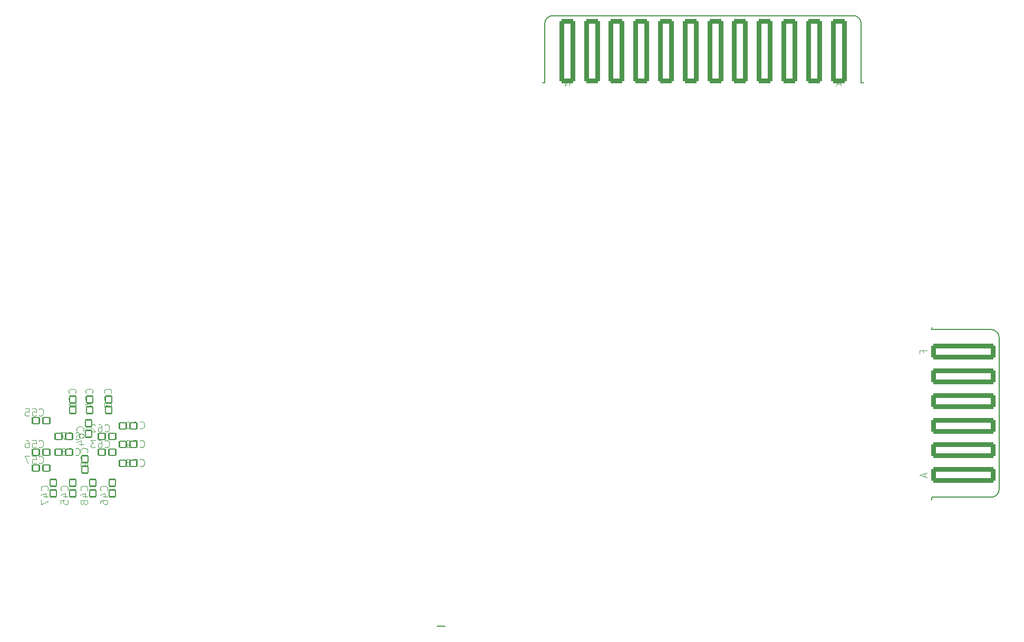
<source format=gbo>
%TF.GenerationSoftware,KiCad,Pcbnew,8.0.2*%
%TF.CreationDate,2024-05-25T17:16:43+02:00*%
%TF.ProjectId,micropet_v3,6d696372-6f70-4657-945f-76332e6b6963,rev?*%
%TF.SameCoordinates,Original*%
%TF.FileFunction,Legend,Bot*%
%TF.FilePolarity,Positive*%
%FSLAX46Y46*%
G04 Gerber Fmt 4.6, Leading zero omitted, Abs format (unit mm)*
G04 Created by KiCad (PCBNEW 8.0.2) date 2024-05-25 17:16:43*
%MOMM*%
%LPD*%
G01*
G04 APERTURE LIST*
G04 Aperture macros list*
%AMRoundRect*
0 Rectangle with rounded corners*
0 $1 Rounding radius*
0 $2 $3 $4 $5 $6 $7 $8 $9 X,Y pos of 4 corners*
0 Add a 4 corners polygon primitive as box body*
4,1,4,$2,$3,$4,$5,$6,$7,$8,$9,$2,$3,0*
0 Add four circle primitives for the rounded corners*
1,1,$1+$1,$2,$3*
1,1,$1+$1,$4,$5*
1,1,$1+$1,$6,$7*
1,1,$1+$1,$8,$9*
0 Add four rect primitives between the rounded corners*
20,1,$1+$1,$2,$3,$4,$5,0*
20,1,$1+$1,$4,$5,$6,$7,0*
20,1,$1+$1,$6,$7,$8,$9,0*
20,1,$1+$1,$8,$9,$2,$3,0*%
%AMFreePoly0*
4,1,25,0.333266,0.742596,0.345389,0.732242,0.732242,0.345389,0.760749,0.289441,0.762000,0.273547,0.762000,-0.273547,0.742596,-0.333266,0.732242,-0.345389,0.345389,-0.732242,0.289441,-0.760749,0.273547,-0.762000,-0.273547,-0.762000,-0.333266,-0.742596,-0.345389,-0.732242,-0.732242,-0.345389,-0.760749,-0.289441,-0.762000,-0.273547,-0.762000,0.273547,-0.742596,0.333266,-0.732242,0.345389,
-0.345389,0.732242,-0.289441,0.760749,-0.273547,0.762000,0.273547,0.762000,0.333266,0.742596,0.333266,0.742596,$1*%
%AMFreePoly1*
4,1,25,0.391131,0.882296,0.403254,0.871942,0.871942,0.403254,0.900449,0.347306,0.901700,0.331412,0.901700,-0.331412,0.882296,-0.391131,0.871942,-0.403254,0.403254,-0.871942,0.347306,-0.900449,0.331412,-0.901700,-0.331412,-0.901700,-0.391131,-0.882296,-0.403254,-0.871942,-0.871942,-0.403254,-0.900449,-0.347306,-0.901700,-0.331412,-0.901700,0.331412,-0.882296,0.391131,-0.871942,0.403254,
-0.403254,0.871942,-0.347306,0.900449,-0.331412,0.901700,0.331412,0.901700,0.391131,0.882296,0.391131,0.882296,$1*%
%AMFreePoly2*
4,1,25,0.349047,0.780696,0.361170,0.770342,0.770342,0.361170,0.798849,0.305222,0.800100,0.289328,0.800100,-0.289328,0.780696,-0.349047,0.770342,-0.361170,0.361170,-0.770342,0.305222,-0.798849,0.289328,-0.800100,-0.289328,-0.800100,-0.349047,-0.780696,-0.361170,-0.770342,-0.770342,-0.361170,-0.798849,-0.305222,-0.800100,-0.289328,-0.800100,0.289328,-0.780696,0.349047,-0.770342,0.361170,
-0.361170,0.770342,-0.305222,0.798849,-0.289328,0.800100,0.289328,0.800100,0.349047,0.780696,0.349047,0.780696,$1*%
%AMFreePoly3*
4,1,25,0.354308,0.793396,0.366431,0.783042,0.783042,0.366431,0.811549,0.310483,0.812800,0.294589,0.812800,-0.294589,0.793396,-0.354308,0.783042,-0.366431,0.366431,-0.783042,0.310483,-0.811549,0.294589,-0.812800,-0.294589,-0.812800,-0.354308,-0.793396,-0.366431,-0.783042,-0.783042,-0.366431,-0.811549,-0.310483,-0.812800,-0.294589,-0.812800,0.294589,-0.793396,0.354308,-0.783042,0.366431,
-0.366431,0.783042,-0.310483,0.811549,-0.294589,0.812800,0.294589,0.812800,0.354308,0.793396,0.354308,0.793396,$1*%
%AMFreePoly4*
4,1,25,0.454257,1.034696,0.466380,1.024342,1.024342,0.466380,1.052849,0.410432,1.054100,0.394538,1.054100,-0.394538,1.034696,-0.454257,1.024342,-0.466380,0.466380,-1.024342,0.410432,-1.052849,0.394538,-1.054100,-0.394538,-1.054100,-0.454257,-1.034696,-0.466380,-1.024342,-1.024342,-0.466380,-1.052849,-0.410432,-1.054100,-0.394538,-1.054100,0.394538,-1.034696,0.454257,-1.024342,0.466380,
-0.466380,1.024342,-0.410432,1.052849,-0.394538,1.054100,0.394538,1.054100,0.454257,1.034696,0.454257,1.034696,$1*%
%AMFreePoly5*
4,1,25,0.375350,0.844196,0.387473,0.833842,0.833842,0.387473,0.862349,0.331525,0.863600,0.315631,0.863600,-0.315631,0.844196,-0.375350,0.833842,-0.387473,0.387473,-0.833842,0.331525,-0.862349,0.315631,-0.863600,-0.315631,-0.863600,-0.375350,-0.844196,-0.387473,-0.833842,-0.833842,-0.387473,-0.862349,-0.331525,-0.863600,-0.315631,-0.863600,0.315631,-0.844196,0.375350,-0.833842,0.387473,
-0.387473,0.833842,-0.331525,0.862349,-0.315631,0.863600,0.315631,0.863600,0.375350,0.844196,0.375350,0.844196,$1*%
%AMFreePoly6*
4,1,25,0.585770,1.352196,0.597893,1.341842,1.341842,0.597893,1.370349,0.541945,1.371600,0.526051,1.371600,-0.526051,1.352196,-0.585770,1.341842,-0.597893,0.597893,-1.341842,0.541945,-1.370349,0.526051,-1.371600,-0.526051,-1.371600,-0.585770,-1.352196,-0.597893,-1.341842,-1.341842,-0.597893,-1.370349,-0.541945,-1.371600,-0.526051,-1.371600,0.526051,-1.352196,0.585770,-1.341842,0.597893,
-0.597893,1.341842,-0.541945,1.370349,-0.526051,1.371600,0.526051,1.371600,0.585770,1.352196,0.585770,1.352196,$1*%
G04 Aperture macros list end*
%ADD10C,0.101600*%
%ADD11C,0.203200*%
%ADD12C,0.127000*%
%ADD13C,3.200000*%
%ADD14FreePoly0,90.000000*%
%ADD15FreePoly0,0.000000*%
%ADD16FreePoly0,270.000000*%
%ADD17C,1.803400*%
%ADD18FreePoly1,0.000000*%
%ADD19FreePoly1,90.000000*%
%ADD20O,2.844800X1.524000*%
%ADD21FreePoly0,180.000000*%
%ADD22O,3.048000X1.625600*%
%ADD23C,1.524000*%
%ADD24C,1.600200*%
%ADD25FreePoly2,270.000000*%
%ADD26C,1.625600*%
%ADD27C,3.530600*%
%ADD28O,1.524000X2.844800*%
%ADD29FreePoly3,180.000000*%
%ADD30O,1.625600X3.048000*%
%ADD31FreePoly1,270.000000*%
%ADD32C,2.108200*%
%ADD33FreePoly4,270.000000*%
%ADD34C,2.082800*%
%ADD35R,1.700000X1.700000*%
%ADD36O,1.700000X1.700000*%
%ADD37C,3.048000*%
%ADD38C,1.727200*%
%ADD39RoundRect,0.388620X0.906780X4.792980X-0.906780X4.792980X-0.906780X-4.792980X0.906780X-4.792980X0*%
%ADD40FreePoly2,90.000000*%
%ADD41FreePoly5,180.000000*%
%ADD42C,2.362200*%
%ADD43FreePoly3,270.000000*%
%ADD44O,2.203200X4.203200*%
%ADD45O,4.203200X2.203200*%
%ADD46RoundRect,0.388620X4.792980X-0.906780X4.792980X0.906780X-4.792980X0.906780X-4.792980X-0.906780X0*%
%ADD47O,2.603200X1.403200*%
%ADD48O,1.403200X2.603200*%
%ADD49C,2.743200*%
%ADD50FreePoly6,270.000000*%
%ADD51FreePoly2,0.000000*%
%ADD52RoundRect,0.101600X0.550000X0.500000X-0.550000X0.500000X-0.550000X-0.500000X0.550000X-0.500000X0*%
%ADD53RoundRect,0.101600X0.500000X-0.550000X0.500000X0.550000X-0.500000X0.550000X-0.500000X-0.550000X0*%
%ADD54RoundRect,0.101600X-0.500000X0.550000X-0.500000X-0.550000X0.500000X-0.550000X0.500000X0.550000X0*%
%ADD55RoundRect,0.101600X-0.550000X-0.500000X0.550000X-0.500000X0.550000X0.500000X-0.550000X0.500000X0*%
G04 APERTURE END LIST*
D10*
X238182996Y-50000397D02*
X237626615Y-50000397D01*
X238294272Y-50334226D02*
X237904806Y-49165826D01*
X237904806Y-49165826D02*
X237515339Y-50334226D01*
X194652234Y-50334226D02*
X194652234Y-49165826D01*
X194652234Y-49165826D02*
X193984577Y-50334226D01*
X193984577Y-50334226D02*
X193984577Y-49165826D01*
X251745128Y-112577184D02*
X251745128Y-113133565D01*
X252078957Y-112465908D02*
X250910557Y-112855374D01*
X250910557Y-112855374D02*
X252078957Y-113244841D01*
X251466938Y-93210289D02*
X251466938Y-92820822D01*
X252078957Y-92820822D02*
X250910557Y-92820822D01*
X250910557Y-92820822D02*
X250910557Y-93377203D01*
X109477310Y-103245449D02*
X109532948Y-103301088D01*
X109532948Y-103301088D02*
X109699862Y-103356726D01*
X109699862Y-103356726D02*
X109811138Y-103356726D01*
X109811138Y-103356726D02*
X109978053Y-103301088D01*
X109978053Y-103301088D02*
X110089329Y-103189811D01*
X110089329Y-103189811D02*
X110144967Y-103078535D01*
X110144967Y-103078535D02*
X110200605Y-102855983D01*
X110200605Y-102855983D02*
X110200605Y-102689068D01*
X110200605Y-102689068D02*
X110144967Y-102466516D01*
X110144967Y-102466516D02*
X110089329Y-102355240D01*
X110089329Y-102355240D02*
X109978053Y-102243964D01*
X109978053Y-102243964D02*
X109811138Y-102188326D01*
X109811138Y-102188326D02*
X109699862Y-102188326D01*
X109699862Y-102188326D02*
X109532948Y-102243964D01*
X109532948Y-102243964D02*
X109477310Y-102299602D01*
X108420186Y-102188326D02*
X108976567Y-102188326D01*
X108976567Y-102188326D02*
X109032205Y-102744707D01*
X109032205Y-102744707D02*
X108976567Y-102689068D01*
X108976567Y-102689068D02*
X108865291Y-102633430D01*
X108865291Y-102633430D02*
X108587100Y-102633430D01*
X108587100Y-102633430D02*
X108475824Y-102689068D01*
X108475824Y-102689068D02*
X108420186Y-102744707D01*
X108420186Y-102744707D02*
X108364548Y-102855983D01*
X108364548Y-102855983D02*
X108364548Y-103134173D01*
X108364548Y-103134173D02*
X108420186Y-103245449D01*
X108420186Y-103245449D02*
X108475824Y-103301088D01*
X108475824Y-103301088D02*
X108587100Y-103356726D01*
X108587100Y-103356726D02*
X108865291Y-103356726D01*
X108865291Y-103356726D02*
X108976567Y-103301088D01*
X108976567Y-103301088D02*
X109032205Y-103245449D01*
X107307424Y-102188326D02*
X107863805Y-102188326D01*
X107863805Y-102188326D02*
X107919443Y-102744707D01*
X107919443Y-102744707D02*
X107863805Y-102689068D01*
X107863805Y-102689068D02*
X107752529Y-102633430D01*
X107752529Y-102633430D02*
X107474338Y-102633430D01*
X107474338Y-102633430D02*
X107363062Y-102689068D01*
X107363062Y-102689068D02*
X107307424Y-102744707D01*
X107307424Y-102744707D02*
X107251786Y-102855983D01*
X107251786Y-102855983D02*
X107251786Y-103134173D01*
X107251786Y-103134173D02*
X107307424Y-103245449D01*
X107307424Y-103245449D02*
X107363062Y-103301088D01*
X107363062Y-103301088D02*
X107474338Y-103356726D01*
X107474338Y-103356726D02*
X107752529Y-103356726D01*
X107752529Y-103356726D02*
X107863805Y-103301088D01*
X107863805Y-103301088D02*
X107919443Y-103245449D01*
X109477310Y-110865449D02*
X109532948Y-110921088D01*
X109532948Y-110921088D02*
X109699862Y-110976726D01*
X109699862Y-110976726D02*
X109811138Y-110976726D01*
X109811138Y-110976726D02*
X109978053Y-110921088D01*
X109978053Y-110921088D02*
X110089329Y-110809811D01*
X110089329Y-110809811D02*
X110144967Y-110698535D01*
X110144967Y-110698535D02*
X110200605Y-110475983D01*
X110200605Y-110475983D02*
X110200605Y-110309068D01*
X110200605Y-110309068D02*
X110144967Y-110086516D01*
X110144967Y-110086516D02*
X110089329Y-109975240D01*
X110089329Y-109975240D02*
X109978053Y-109863964D01*
X109978053Y-109863964D02*
X109811138Y-109808326D01*
X109811138Y-109808326D02*
X109699862Y-109808326D01*
X109699862Y-109808326D02*
X109532948Y-109863964D01*
X109532948Y-109863964D02*
X109477310Y-109919602D01*
X108420186Y-109808326D02*
X108976567Y-109808326D01*
X108976567Y-109808326D02*
X109032205Y-110364707D01*
X109032205Y-110364707D02*
X108976567Y-110309068D01*
X108976567Y-110309068D02*
X108865291Y-110253430D01*
X108865291Y-110253430D02*
X108587100Y-110253430D01*
X108587100Y-110253430D02*
X108475824Y-110309068D01*
X108475824Y-110309068D02*
X108420186Y-110364707D01*
X108420186Y-110364707D02*
X108364548Y-110475983D01*
X108364548Y-110475983D02*
X108364548Y-110754173D01*
X108364548Y-110754173D02*
X108420186Y-110865449D01*
X108420186Y-110865449D02*
X108475824Y-110921088D01*
X108475824Y-110921088D02*
X108587100Y-110976726D01*
X108587100Y-110976726D02*
X108865291Y-110976726D01*
X108865291Y-110976726D02*
X108976567Y-110921088D01*
X108976567Y-110921088D02*
X109032205Y-110865449D01*
X107975081Y-109808326D02*
X107196148Y-109808326D01*
X107196148Y-109808326D02*
X107696891Y-110976726D01*
X115310449Y-99720081D02*
X115366088Y-99664443D01*
X115366088Y-99664443D02*
X115421726Y-99497529D01*
X115421726Y-99497529D02*
X115421726Y-99386253D01*
X115421726Y-99386253D02*
X115366088Y-99219338D01*
X115366088Y-99219338D02*
X115254811Y-99108062D01*
X115254811Y-99108062D02*
X115143535Y-99052424D01*
X115143535Y-99052424D02*
X114920983Y-98996786D01*
X114920983Y-98996786D02*
X114754068Y-98996786D01*
X114754068Y-98996786D02*
X114531516Y-99052424D01*
X114531516Y-99052424D02*
X114420240Y-99108062D01*
X114420240Y-99108062D02*
X114308964Y-99219338D01*
X114308964Y-99219338D02*
X114253326Y-99386253D01*
X114253326Y-99386253D02*
X114253326Y-99497529D01*
X114253326Y-99497529D02*
X114308964Y-99664443D01*
X114308964Y-99664443D02*
X114364602Y-99720081D01*
X114253326Y-100721567D02*
X114253326Y-100499014D01*
X114253326Y-100499014D02*
X114308964Y-100387738D01*
X114308964Y-100387738D02*
X114364602Y-100332100D01*
X114364602Y-100332100D02*
X114531516Y-100220824D01*
X114531516Y-100220824D02*
X114754068Y-100165186D01*
X114754068Y-100165186D02*
X115199173Y-100165186D01*
X115199173Y-100165186D02*
X115310449Y-100220824D01*
X115310449Y-100220824D02*
X115366088Y-100276462D01*
X115366088Y-100276462D02*
X115421726Y-100387738D01*
X115421726Y-100387738D02*
X115421726Y-100610291D01*
X115421726Y-100610291D02*
X115366088Y-100721567D01*
X115366088Y-100721567D02*
X115310449Y-100777205D01*
X115310449Y-100777205D02*
X115199173Y-100832843D01*
X115199173Y-100832843D02*
X114920983Y-100832843D01*
X114920983Y-100832843D02*
X114809707Y-100777205D01*
X114809707Y-100777205D02*
X114754068Y-100721567D01*
X114754068Y-100721567D02*
X114698430Y-100610291D01*
X114698430Y-100610291D02*
X114698430Y-100387738D01*
X114698430Y-100387738D02*
X114754068Y-100276462D01*
X114754068Y-100276462D02*
X114809707Y-100220824D01*
X114809707Y-100220824D02*
X114920983Y-100165186D01*
X115421726Y-101945605D02*
X115421726Y-101277948D01*
X115421726Y-101611776D02*
X114253326Y-101611776D01*
X114253326Y-101611776D02*
X114420240Y-101500500D01*
X114420240Y-101500500D02*
X114531516Y-101389224D01*
X114531516Y-101389224D02*
X114587154Y-101277948D01*
X121025449Y-99720081D02*
X121081088Y-99664443D01*
X121081088Y-99664443D02*
X121136726Y-99497529D01*
X121136726Y-99497529D02*
X121136726Y-99386253D01*
X121136726Y-99386253D02*
X121081088Y-99219338D01*
X121081088Y-99219338D02*
X120969811Y-99108062D01*
X120969811Y-99108062D02*
X120858535Y-99052424D01*
X120858535Y-99052424D02*
X120635983Y-98996786D01*
X120635983Y-98996786D02*
X120469068Y-98996786D01*
X120469068Y-98996786D02*
X120246516Y-99052424D01*
X120246516Y-99052424D02*
X120135240Y-99108062D01*
X120135240Y-99108062D02*
X120023964Y-99219338D01*
X120023964Y-99219338D02*
X119968326Y-99386253D01*
X119968326Y-99386253D02*
X119968326Y-99497529D01*
X119968326Y-99497529D02*
X120023964Y-99664443D01*
X120023964Y-99664443D02*
X120079602Y-99720081D01*
X119968326Y-100777205D02*
X119968326Y-100220824D01*
X119968326Y-100220824D02*
X120524707Y-100165186D01*
X120524707Y-100165186D02*
X120469068Y-100220824D01*
X120469068Y-100220824D02*
X120413430Y-100332100D01*
X120413430Y-100332100D02*
X120413430Y-100610291D01*
X120413430Y-100610291D02*
X120469068Y-100721567D01*
X120469068Y-100721567D02*
X120524707Y-100777205D01*
X120524707Y-100777205D02*
X120635983Y-100832843D01*
X120635983Y-100832843D02*
X120914173Y-100832843D01*
X120914173Y-100832843D02*
X121025449Y-100777205D01*
X121025449Y-100777205D02*
X121081088Y-100721567D01*
X121081088Y-100721567D02*
X121136726Y-100610291D01*
X121136726Y-100610291D02*
X121136726Y-100332100D01*
X121136726Y-100332100D02*
X121081088Y-100220824D01*
X121081088Y-100220824D02*
X121025449Y-100165186D01*
X119968326Y-101222310D02*
X119968326Y-101945605D01*
X119968326Y-101945605D02*
X120413430Y-101556138D01*
X120413430Y-101556138D02*
X120413430Y-101723053D01*
X120413430Y-101723053D02*
X120469068Y-101834329D01*
X120469068Y-101834329D02*
X120524707Y-101889967D01*
X120524707Y-101889967D02*
X120635983Y-101945605D01*
X120635983Y-101945605D02*
X120914173Y-101945605D01*
X120914173Y-101945605D02*
X121025449Y-101889967D01*
X121025449Y-101889967D02*
X121081088Y-101834329D01*
X121081088Y-101834329D02*
X121136726Y-101723053D01*
X121136726Y-101723053D02*
X121136726Y-101389224D01*
X121136726Y-101389224D02*
X121081088Y-101277948D01*
X121081088Y-101277948D02*
X121025449Y-101222310D01*
X120057310Y-105785449D02*
X120112948Y-105841088D01*
X120112948Y-105841088D02*
X120279862Y-105896726D01*
X120279862Y-105896726D02*
X120391138Y-105896726D01*
X120391138Y-105896726D02*
X120558053Y-105841088D01*
X120558053Y-105841088D02*
X120669329Y-105729811D01*
X120669329Y-105729811D02*
X120724967Y-105618535D01*
X120724967Y-105618535D02*
X120780605Y-105395983D01*
X120780605Y-105395983D02*
X120780605Y-105229068D01*
X120780605Y-105229068D02*
X120724967Y-105006516D01*
X120724967Y-105006516D02*
X120669329Y-104895240D01*
X120669329Y-104895240D02*
X120558053Y-104783964D01*
X120558053Y-104783964D02*
X120391138Y-104728326D01*
X120391138Y-104728326D02*
X120279862Y-104728326D01*
X120279862Y-104728326D02*
X120112948Y-104783964D01*
X120112948Y-104783964D02*
X120057310Y-104839602D01*
X119055824Y-104728326D02*
X119278377Y-104728326D01*
X119278377Y-104728326D02*
X119389653Y-104783964D01*
X119389653Y-104783964D02*
X119445291Y-104839602D01*
X119445291Y-104839602D02*
X119556567Y-105006516D01*
X119556567Y-105006516D02*
X119612205Y-105229068D01*
X119612205Y-105229068D02*
X119612205Y-105674173D01*
X119612205Y-105674173D02*
X119556567Y-105785449D01*
X119556567Y-105785449D02*
X119500929Y-105841088D01*
X119500929Y-105841088D02*
X119389653Y-105896726D01*
X119389653Y-105896726D02*
X119167100Y-105896726D01*
X119167100Y-105896726D02*
X119055824Y-105841088D01*
X119055824Y-105841088D02*
X119000186Y-105785449D01*
X119000186Y-105785449D02*
X118944548Y-105674173D01*
X118944548Y-105674173D02*
X118944548Y-105395983D01*
X118944548Y-105395983D02*
X119000186Y-105284707D01*
X119000186Y-105284707D02*
X119055824Y-105229068D01*
X119055824Y-105229068D02*
X119167100Y-105173430D01*
X119167100Y-105173430D02*
X119389653Y-105173430D01*
X119389653Y-105173430D02*
X119500929Y-105229068D01*
X119500929Y-105229068D02*
X119556567Y-105284707D01*
X119556567Y-105284707D02*
X119612205Y-105395983D01*
X118499443Y-104839602D02*
X118443805Y-104783964D01*
X118443805Y-104783964D02*
X118332529Y-104728326D01*
X118332529Y-104728326D02*
X118054338Y-104728326D01*
X118054338Y-104728326D02*
X117943062Y-104783964D01*
X117943062Y-104783964D02*
X117887424Y-104839602D01*
X117887424Y-104839602D02*
X117831786Y-104950878D01*
X117831786Y-104950878D02*
X117831786Y-105062154D01*
X117831786Y-105062154D02*
X117887424Y-105229068D01*
X117887424Y-105229068D02*
X118555081Y-105896726D01*
X118555081Y-105896726D02*
X117831786Y-105896726D01*
X117215449Y-109245081D02*
X117271088Y-109189443D01*
X117271088Y-109189443D02*
X117326726Y-109022529D01*
X117326726Y-109022529D02*
X117326726Y-108911253D01*
X117326726Y-108911253D02*
X117271088Y-108744338D01*
X117271088Y-108744338D02*
X117159811Y-108633062D01*
X117159811Y-108633062D02*
X117048535Y-108577424D01*
X117048535Y-108577424D02*
X116825983Y-108521786D01*
X116825983Y-108521786D02*
X116659068Y-108521786D01*
X116659068Y-108521786D02*
X116436516Y-108577424D01*
X116436516Y-108577424D02*
X116325240Y-108633062D01*
X116325240Y-108633062D02*
X116213964Y-108744338D01*
X116213964Y-108744338D02*
X116158326Y-108911253D01*
X116158326Y-108911253D02*
X116158326Y-109022529D01*
X116158326Y-109022529D02*
X116213964Y-109189443D01*
X116213964Y-109189443D02*
X116269602Y-109245081D01*
X116158326Y-110246567D02*
X116158326Y-110024014D01*
X116158326Y-110024014D02*
X116213964Y-109912738D01*
X116213964Y-109912738D02*
X116269602Y-109857100D01*
X116269602Y-109857100D02*
X116436516Y-109745824D01*
X116436516Y-109745824D02*
X116659068Y-109690186D01*
X116659068Y-109690186D02*
X117104173Y-109690186D01*
X117104173Y-109690186D02*
X117215449Y-109745824D01*
X117215449Y-109745824D02*
X117271088Y-109801462D01*
X117271088Y-109801462D02*
X117326726Y-109912738D01*
X117326726Y-109912738D02*
X117326726Y-110135291D01*
X117326726Y-110135291D02*
X117271088Y-110246567D01*
X117271088Y-110246567D02*
X117215449Y-110302205D01*
X117215449Y-110302205D02*
X117104173Y-110357843D01*
X117104173Y-110357843D02*
X116825983Y-110357843D01*
X116825983Y-110357843D02*
X116714707Y-110302205D01*
X116714707Y-110302205D02*
X116659068Y-110246567D01*
X116659068Y-110246567D02*
X116603430Y-110135291D01*
X116603430Y-110135291D02*
X116603430Y-109912738D01*
X116603430Y-109912738D02*
X116659068Y-109801462D01*
X116659068Y-109801462D02*
X116714707Y-109745824D01*
X116714707Y-109745824D02*
X116825983Y-109690186D01*
X117326726Y-110914224D02*
X117326726Y-111136776D01*
X117326726Y-111136776D02*
X117271088Y-111248053D01*
X117271088Y-111248053D02*
X117215449Y-111303691D01*
X117215449Y-111303691D02*
X117048535Y-111414967D01*
X117048535Y-111414967D02*
X116825983Y-111470605D01*
X116825983Y-111470605D02*
X116380878Y-111470605D01*
X116380878Y-111470605D02*
X116269602Y-111414967D01*
X116269602Y-111414967D02*
X116213964Y-111359329D01*
X116213964Y-111359329D02*
X116158326Y-111248053D01*
X116158326Y-111248053D02*
X116158326Y-111025500D01*
X116158326Y-111025500D02*
X116213964Y-110914224D01*
X116213964Y-110914224D02*
X116269602Y-110858586D01*
X116269602Y-110858586D02*
X116380878Y-110802948D01*
X116380878Y-110802948D02*
X116659068Y-110802948D01*
X116659068Y-110802948D02*
X116770345Y-110858586D01*
X116770345Y-110858586D02*
X116825983Y-110914224D01*
X116825983Y-110914224D02*
X116881621Y-111025500D01*
X116881621Y-111025500D02*
X116881621Y-111248053D01*
X116881621Y-111248053D02*
X116825983Y-111359329D01*
X116825983Y-111359329D02*
X116770345Y-111414967D01*
X116770345Y-111414967D02*
X116659068Y-111470605D01*
X116580449Y-105787689D02*
X116636088Y-105732051D01*
X116636088Y-105732051D02*
X116691726Y-105565137D01*
X116691726Y-105565137D02*
X116691726Y-105453861D01*
X116691726Y-105453861D02*
X116636088Y-105286946D01*
X116636088Y-105286946D02*
X116524811Y-105175670D01*
X116524811Y-105175670D02*
X116413535Y-105120032D01*
X116413535Y-105120032D02*
X116190983Y-105064394D01*
X116190983Y-105064394D02*
X116024068Y-105064394D01*
X116024068Y-105064394D02*
X115801516Y-105120032D01*
X115801516Y-105120032D02*
X115690240Y-105175670D01*
X115690240Y-105175670D02*
X115578964Y-105286946D01*
X115578964Y-105286946D02*
X115523326Y-105453861D01*
X115523326Y-105453861D02*
X115523326Y-105565137D01*
X115523326Y-105565137D02*
X115578964Y-105732051D01*
X115578964Y-105732051D02*
X115634602Y-105787689D01*
X115523326Y-106789175D02*
X115523326Y-106566622D01*
X115523326Y-106566622D02*
X115578964Y-106455346D01*
X115578964Y-106455346D02*
X115634602Y-106399708D01*
X115634602Y-106399708D02*
X115801516Y-106288432D01*
X115801516Y-106288432D02*
X116024068Y-106232794D01*
X116024068Y-106232794D02*
X116469173Y-106232794D01*
X116469173Y-106232794D02*
X116580449Y-106288432D01*
X116580449Y-106288432D02*
X116636088Y-106344070D01*
X116636088Y-106344070D02*
X116691726Y-106455346D01*
X116691726Y-106455346D02*
X116691726Y-106677899D01*
X116691726Y-106677899D02*
X116636088Y-106789175D01*
X116636088Y-106789175D02*
X116580449Y-106844813D01*
X116580449Y-106844813D02*
X116469173Y-106900451D01*
X116469173Y-106900451D02*
X116190983Y-106900451D01*
X116190983Y-106900451D02*
X116079707Y-106844813D01*
X116079707Y-106844813D02*
X116024068Y-106789175D01*
X116024068Y-106789175D02*
X115968430Y-106677899D01*
X115968430Y-106677899D02*
X115968430Y-106455346D01*
X115968430Y-106455346D02*
X116024068Y-106344070D01*
X116024068Y-106344070D02*
X116079707Y-106288432D01*
X116079707Y-106288432D02*
X116190983Y-106232794D01*
X115912792Y-107901937D02*
X116691726Y-107901937D01*
X115467688Y-107623746D02*
X116302259Y-107345556D01*
X116302259Y-107345556D02*
X116302259Y-108068851D01*
X115329918Y-109595449D02*
X115385556Y-109651088D01*
X115385556Y-109651088D02*
X115552470Y-109706726D01*
X115552470Y-109706726D02*
X115663746Y-109706726D01*
X115663746Y-109706726D02*
X115830661Y-109651088D01*
X115830661Y-109651088D02*
X115941937Y-109539811D01*
X115941937Y-109539811D02*
X115997575Y-109428535D01*
X115997575Y-109428535D02*
X116053213Y-109205983D01*
X116053213Y-109205983D02*
X116053213Y-109039068D01*
X116053213Y-109039068D02*
X115997575Y-108816516D01*
X115997575Y-108816516D02*
X115941937Y-108705240D01*
X115941937Y-108705240D02*
X115830661Y-108593964D01*
X115830661Y-108593964D02*
X115663746Y-108538326D01*
X115663746Y-108538326D02*
X115552470Y-108538326D01*
X115552470Y-108538326D02*
X115385556Y-108593964D01*
X115385556Y-108593964D02*
X115329918Y-108649602D01*
X114328432Y-108538326D02*
X114550985Y-108538326D01*
X114550985Y-108538326D02*
X114662261Y-108593964D01*
X114662261Y-108593964D02*
X114717899Y-108649602D01*
X114717899Y-108649602D02*
X114829175Y-108816516D01*
X114829175Y-108816516D02*
X114884813Y-109039068D01*
X114884813Y-109039068D02*
X114884813Y-109484173D01*
X114884813Y-109484173D02*
X114829175Y-109595449D01*
X114829175Y-109595449D02*
X114773537Y-109651088D01*
X114773537Y-109651088D02*
X114662261Y-109706726D01*
X114662261Y-109706726D02*
X114439708Y-109706726D01*
X114439708Y-109706726D02*
X114328432Y-109651088D01*
X114328432Y-109651088D02*
X114272794Y-109595449D01*
X114272794Y-109595449D02*
X114217156Y-109484173D01*
X114217156Y-109484173D02*
X114217156Y-109205983D01*
X114217156Y-109205983D02*
X114272794Y-109094707D01*
X114272794Y-109094707D02*
X114328432Y-109039068D01*
X114328432Y-109039068D02*
X114439708Y-108983430D01*
X114439708Y-108983430D02*
X114662261Y-108983430D01*
X114662261Y-108983430D02*
X114773537Y-109039068D01*
X114773537Y-109039068D02*
X114829175Y-109094707D01*
X114829175Y-109094707D02*
X114884813Y-109205983D01*
X113549499Y-109039068D02*
X113660775Y-108983430D01*
X113660775Y-108983430D02*
X113716413Y-108927792D01*
X113716413Y-108927792D02*
X113772051Y-108816516D01*
X113772051Y-108816516D02*
X113772051Y-108760878D01*
X113772051Y-108760878D02*
X113716413Y-108649602D01*
X113716413Y-108649602D02*
X113660775Y-108593964D01*
X113660775Y-108593964D02*
X113549499Y-108538326D01*
X113549499Y-108538326D02*
X113326946Y-108538326D01*
X113326946Y-108538326D02*
X113215670Y-108593964D01*
X113215670Y-108593964D02*
X113160032Y-108649602D01*
X113160032Y-108649602D02*
X113104394Y-108760878D01*
X113104394Y-108760878D02*
X113104394Y-108816516D01*
X113104394Y-108816516D02*
X113160032Y-108927792D01*
X113160032Y-108927792D02*
X113215670Y-108983430D01*
X113215670Y-108983430D02*
X113326946Y-109039068D01*
X113326946Y-109039068D02*
X113549499Y-109039068D01*
X113549499Y-109039068D02*
X113660775Y-109094707D01*
X113660775Y-109094707D02*
X113716413Y-109150345D01*
X113716413Y-109150345D02*
X113772051Y-109261621D01*
X113772051Y-109261621D02*
X113772051Y-109484173D01*
X113772051Y-109484173D02*
X113716413Y-109595449D01*
X113716413Y-109595449D02*
X113660775Y-109651088D01*
X113660775Y-109651088D02*
X113549499Y-109706726D01*
X113549499Y-109706726D02*
X113326946Y-109706726D01*
X113326946Y-109706726D02*
X113215670Y-109651088D01*
X113215670Y-109651088D02*
X113160032Y-109595449D01*
X113160032Y-109595449D02*
X113104394Y-109484173D01*
X113104394Y-109484173D02*
X113104394Y-109261621D01*
X113104394Y-109261621D02*
X113160032Y-109150345D01*
X113160032Y-109150345D02*
X113215670Y-109094707D01*
X113215670Y-109094707D02*
X113326946Y-109039068D01*
X110865449Y-115312689D02*
X110921088Y-115257051D01*
X110921088Y-115257051D02*
X110976726Y-115090137D01*
X110976726Y-115090137D02*
X110976726Y-114978861D01*
X110976726Y-114978861D02*
X110921088Y-114811946D01*
X110921088Y-114811946D02*
X110809811Y-114700670D01*
X110809811Y-114700670D02*
X110698535Y-114645032D01*
X110698535Y-114645032D02*
X110475983Y-114589394D01*
X110475983Y-114589394D02*
X110309068Y-114589394D01*
X110309068Y-114589394D02*
X110086516Y-114645032D01*
X110086516Y-114645032D02*
X109975240Y-114700670D01*
X109975240Y-114700670D02*
X109863964Y-114811946D01*
X109863964Y-114811946D02*
X109808326Y-114978861D01*
X109808326Y-114978861D02*
X109808326Y-115090137D01*
X109808326Y-115090137D02*
X109863964Y-115257051D01*
X109863964Y-115257051D02*
X109919602Y-115312689D01*
X110197792Y-116314175D02*
X110976726Y-116314175D01*
X109752688Y-116035984D02*
X110587259Y-115757794D01*
X110587259Y-115757794D02*
X110587259Y-116481089D01*
X109808326Y-116814918D02*
X109808326Y-117593851D01*
X109808326Y-117593851D02*
X110976726Y-117093108D01*
X120390449Y-115312689D02*
X120446088Y-115257051D01*
X120446088Y-115257051D02*
X120501726Y-115090137D01*
X120501726Y-115090137D02*
X120501726Y-114978861D01*
X120501726Y-114978861D02*
X120446088Y-114811946D01*
X120446088Y-114811946D02*
X120334811Y-114700670D01*
X120334811Y-114700670D02*
X120223535Y-114645032D01*
X120223535Y-114645032D02*
X120000983Y-114589394D01*
X120000983Y-114589394D02*
X119834068Y-114589394D01*
X119834068Y-114589394D02*
X119611516Y-114645032D01*
X119611516Y-114645032D02*
X119500240Y-114700670D01*
X119500240Y-114700670D02*
X119388964Y-114811946D01*
X119388964Y-114811946D02*
X119333326Y-114978861D01*
X119333326Y-114978861D02*
X119333326Y-115090137D01*
X119333326Y-115090137D02*
X119388964Y-115257051D01*
X119388964Y-115257051D02*
X119444602Y-115312689D01*
X119722792Y-116314175D02*
X120501726Y-116314175D01*
X119277688Y-116035984D02*
X120112259Y-115757794D01*
X120112259Y-115757794D02*
X120112259Y-116481089D01*
X119333326Y-117426937D02*
X119333326Y-117204384D01*
X119333326Y-117204384D02*
X119388964Y-117093108D01*
X119388964Y-117093108D02*
X119444602Y-117037470D01*
X119444602Y-117037470D02*
X119611516Y-116926194D01*
X119611516Y-116926194D02*
X119834068Y-116870556D01*
X119834068Y-116870556D02*
X120279173Y-116870556D01*
X120279173Y-116870556D02*
X120390449Y-116926194D01*
X120390449Y-116926194D02*
X120446088Y-116981832D01*
X120446088Y-116981832D02*
X120501726Y-117093108D01*
X120501726Y-117093108D02*
X120501726Y-117315661D01*
X120501726Y-117315661D02*
X120446088Y-117426937D01*
X120446088Y-117426937D02*
X120390449Y-117482575D01*
X120390449Y-117482575D02*
X120279173Y-117538213D01*
X120279173Y-117538213D02*
X120000983Y-117538213D01*
X120000983Y-117538213D02*
X119889707Y-117482575D01*
X119889707Y-117482575D02*
X119834068Y-117426937D01*
X119834068Y-117426937D02*
X119778430Y-117315661D01*
X119778430Y-117315661D02*
X119778430Y-117093108D01*
X119778430Y-117093108D02*
X119834068Y-116981832D01*
X119834068Y-116981832D02*
X119889707Y-116926194D01*
X119889707Y-116926194D02*
X120000983Y-116870556D01*
X118008649Y-99720081D02*
X118064288Y-99664443D01*
X118064288Y-99664443D02*
X118119926Y-99497529D01*
X118119926Y-99497529D02*
X118119926Y-99386253D01*
X118119926Y-99386253D02*
X118064288Y-99219338D01*
X118064288Y-99219338D02*
X117953011Y-99108062D01*
X117953011Y-99108062D02*
X117841735Y-99052424D01*
X117841735Y-99052424D02*
X117619183Y-98996786D01*
X117619183Y-98996786D02*
X117452268Y-98996786D01*
X117452268Y-98996786D02*
X117229716Y-99052424D01*
X117229716Y-99052424D02*
X117118440Y-99108062D01*
X117118440Y-99108062D02*
X117007164Y-99219338D01*
X117007164Y-99219338D02*
X116951526Y-99386253D01*
X116951526Y-99386253D02*
X116951526Y-99497529D01*
X116951526Y-99497529D02*
X117007164Y-99664443D01*
X117007164Y-99664443D02*
X117062802Y-99720081D01*
X116951526Y-100777205D02*
X116951526Y-100220824D01*
X116951526Y-100220824D02*
X117507907Y-100165186D01*
X117507907Y-100165186D02*
X117452268Y-100220824D01*
X117452268Y-100220824D02*
X117396630Y-100332100D01*
X117396630Y-100332100D02*
X117396630Y-100610291D01*
X117396630Y-100610291D02*
X117452268Y-100721567D01*
X117452268Y-100721567D02*
X117507907Y-100777205D01*
X117507907Y-100777205D02*
X117619183Y-100832843D01*
X117619183Y-100832843D02*
X117897373Y-100832843D01*
X117897373Y-100832843D02*
X118008649Y-100777205D01*
X118008649Y-100777205D02*
X118064288Y-100721567D01*
X118064288Y-100721567D02*
X118119926Y-100610291D01*
X118119926Y-100610291D02*
X118119926Y-100332100D01*
X118119926Y-100332100D02*
X118064288Y-100220824D01*
X118064288Y-100220824D02*
X118008649Y-100165186D01*
X117340992Y-101834329D02*
X118119926Y-101834329D01*
X116895888Y-101556138D02*
X117730459Y-101277948D01*
X117730459Y-101277948D02*
X117730459Y-102001243D01*
X114040449Y-115312689D02*
X114096088Y-115257051D01*
X114096088Y-115257051D02*
X114151726Y-115090137D01*
X114151726Y-115090137D02*
X114151726Y-114978861D01*
X114151726Y-114978861D02*
X114096088Y-114811946D01*
X114096088Y-114811946D02*
X113984811Y-114700670D01*
X113984811Y-114700670D02*
X113873535Y-114645032D01*
X113873535Y-114645032D02*
X113650983Y-114589394D01*
X113650983Y-114589394D02*
X113484068Y-114589394D01*
X113484068Y-114589394D02*
X113261516Y-114645032D01*
X113261516Y-114645032D02*
X113150240Y-114700670D01*
X113150240Y-114700670D02*
X113038964Y-114811946D01*
X113038964Y-114811946D02*
X112983326Y-114978861D01*
X112983326Y-114978861D02*
X112983326Y-115090137D01*
X112983326Y-115090137D02*
X113038964Y-115257051D01*
X113038964Y-115257051D02*
X113094602Y-115312689D01*
X113372792Y-116314175D02*
X114151726Y-116314175D01*
X112927688Y-116035984D02*
X113762259Y-115757794D01*
X113762259Y-115757794D02*
X113762259Y-116481089D01*
X112983326Y-117482575D02*
X112983326Y-116926194D01*
X112983326Y-116926194D02*
X113539707Y-116870556D01*
X113539707Y-116870556D02*
X113484068Y-116926194D01*
X113484068Y-116926194D02*
X113428430Y-117037470D01*
X113428430Y-117037470D02*
X113428430Y-117315661D01*
X113428430Y-117315661D02*
X113484068Y-117426937D01*
X113484068Y-117426937D02*
X113539707Y-117482575D01*
X113539707Y-117482575D02*
X113650983Y-117538213D01*
X113650983Y-117538213D02*
X113929173Y-117538213D01*
X113929173Y-117538213D02*
X114040449Y-117482575D01*
X114040449Y-117482575D02*
X114096088Y-117426937D01*
X114096088Y-117426937D02*
X114151726Y-117315661D01*
X114151726Y-117315661D02*
X114151726Y-117037470D01*
X114151726Y-117037470D02*
X114096088Y-116926194D01*
X114096088Y-116926194D02*
X114040449Y-116870556D01*
X120057310Y-108325449D02*
X120112948Y-108381088D01*
X120112948Y-108381088D02*
X120279862Y-108436726D01*
X120279862Y-108436726D02*
X120391138Y-108436726D01*
X120391138Y-108436726D02*
X120558053Y-108381088D01*
X120558053Y-108381088D02*
X120669329Y-108269811D01*
X120669329Y-108269811D02*
X120724967Y-108158535D01*
X120724967Y-108158535D02*
X120780605Y-107935983D01*
X120780605Y-107935983D02*
X120780605Y-107769068D01*
X120780605Y-107769068D02*
X120724967Y-107546516D01*
X120724967Y-107546516D02*
X120669329Y-107435240D01*
X120669329Y-107435240D02*
X120558053Y-107323964D01*
X120558053Y-107323964D02*
X120391138Y-107268326D01*
X120391138Y-107268326D02*
X120279862Y-107268326D01*
X120279862Y-107268326D02*
X120112948Y-107323964D01*
X120112948Y-107323964D02*
X120057310Y-107379602D01*
X119055824Y-107268326D02*
X119278377Y-107268326D01*
X119278377Y-107268326D02*
X119389653Y-107323964D01*
X119389653Y-107323964D02*
X119445291Y-107379602D01*
X119445291Y-107379602D02*
X119556567Y-107546516D01*
X119556567Y-107546516D02*
X119612205Y-107769068D01*
X119612205Y-107769068D02*
X119612205Y-108214173D01*
X119612205Y-108214173D02*
X119556567Y-108325449D01*
X119556567Y-108325449D02*
X119500929Y-108381088D01*
X119500929Y-108381088D02*
X119389653Y-108436726D01*
X119389653Y-108436726D02*
X119167100Y-108436726D01*
X119167100Y-108436726D02*
X119055824Y-108381088D01*
X119055824Y-108381088D02*
X119000186Y-108325449D01*
X119000186Y-108325449D02*
X118944548Y-108214173D01*
X118944548Y-108214173D02*
X118944548Y-107935983D01*
X118944548Y-107935983D02*
X119000186Y-107824707D01*
X119000186Y-107824707D02*
X119055824Y-107769068D01*
X119055824Y-107769068D02*
X119167100Y-107713430D01*
X119167100Y-107713430D02*
X119389653Y-107713430D01*
X119389653Y-107713430D02*
X119500929Y-107769068D01*
X119500929Y-107769068D02*
X119556567Y-107824707D01*
X119556567Y-107824707D02*
X119612205Y-107935983D01*
X118555081Y-107268326D02*
X117831786Y-107268326D01*
X117831786Y-107268326D02*
X118221253Y-107713430D01*
X118221253Y-107713430D02*
X118054338Y-107713430D01*
X118054338Y-107713430D02*
X117943062Y-107769068D01*
X117943062Y-107769068D02*
X117887424Y-107824707D01*
X117887424Y-107824707D02*
X117831786Y-107935983D01*
X117831786Y-107935983D02*
X117831786Y-108214173D01*
X117831786Y-108214173D02*
X117887424Y-108325449D01*
X117887424Y-108325449D02*
X117943062Y-108381088D01*
X117943062Y-108381088D02*
X118054338Y-108436726D01*
X118054338Y-108436726D02*
X118388167Y-108436726D01*
X118388167Y-108436726D02*
X118499443Y-108381088D01*
X118499443Y-108381088D02*
X118555081Y-108325449D01*
X125704918Y-111342249D02*
X125760556Y-111397888D01*
X125760556Y-111397888D02*
X125927470Y-111453526D01*
X125927470Y-111453526D02*
X126038746Y-111453526D01*
X126038746Y-111453526D02*
X126205661Y-111397888D01*
X126205661Y-111397888D02*
X126316937Y-111286611D01*
X126316937Y-111286611D02*
X126372575Y-111175335D01*
X126372575Y-111175335D02*
X126428213Y-110952783D01*
X126428213Y-110952783D02*
X126428213Y-110785868D01*
X126428213Y-110785868D02*
X126372575Y-110563316D01*
X126372575Y-110563316D02*
X126316937Y-110452040D01*
X126316937Y-110452040D02*
X126205661Y-110340764D01*
X126205661Y-110340764D02*
X126038746Y-110285126D01*
X126038746Y-110285126D02*
X125927470Y-110285126D01*
X125927470Y-110285126D02*
X125760556Y-110340764D01*
X125760556Y-110340764D02*
X125704918Y-110396402D01*
X124647794Y-110285126D02*
X125204175Y-110285126D01*
X125204175Y-110285126D02*
X125259813Y-110841507D01*
X125259813Y-110841507D02*
X125204175Y-110785868D01*
X125204175Y-110785868D02*
X125092899Y-110730230D01*
X125092899Y-110730230D02*
X124814708Y-110730230D01*
X124814708Y-110730230D02*
X124703432Y-110785868D01*
X124703432Y-110785868D02*
X124647794Y-110841507D01*
X124647794Y-110841507D02*
X124592156Y-110952783D01*
X124592156Y-110952783D02*
X124592156Y-111230973D01*
X124592156Y-111230973D02*
X124647794Y-111342249D01*
X124647794Y-111342249D02*
X124703432Y-111397888D01*
X124703432Y-111397888D02*
X124814708Y-111453526D01*
X124814708Y-111453526D02*
X125092899Y-111453526D01*
X125092899Y-111453526D02*
X125204175Y-111397888D01*
X125204175Y-111397888D02*
X125259813Y-111342249D01*
X123924499Y-110785868D02*
X124035775Y-110730230D01*
X124035775Y-110730230D02*
X124091413Y-110674592D01*
X124091413Y-110674592D02*
X124147051Y-110563316D01*
X124147051Y-110563316D02*
X124147051Y-110507678D01*
X124147051Y-110507678D02*
X124091413Y-110396402D01*
X124091413Y-110396402D02*
X124035775Y-110340764D01*
X124035775Y-110340764D02*
X123924499Y-110285126D01*
X123924499Y-110285126D02*
X123701946Y-110285126D01*
X123701946Y-110285126D02*
X123590670Y-110340764D01*
X123590670Y-110340764D02*
X123535032Y-110396402D01*
X123535032Y-110396402D02*
X123479394Y-110507678D01*
X123479394Y-110507678D02*
X123479394Y-110563316D01*
X123479394Y-110563316D02*
X123535032Y-110674592D01*
X123535032Y-110674592D02*
X123590670Y-110730230D01*
X123590670Y-110730230D02*
X123701946Y-110785868D01*
X123701946Y-110785868D02*
X123924499Y-110785868D01*
X123924499Y-110785868D02*
X124035775Y-110841507D01*
X124035775Y-110841507D02*
X124091413Y-110897145D01*
X124091413Y-110897145D02*
X124147051Y-111008421D01*
X124147051Y-111008421D02*
X124147051Y-111230973D01*
X124147051Y-111230973D02*
X124091413Y-111342249D01*
X124091413Y-111342249D02*
X124035775Y-111397888D01*
X124035775Y-111397888D02*
X123924499Y-111453526D01*
X123924499Y-111453526D02*
X123701946Y-111453526D01*
X123701946Y-111453526D02*
X123590670Y-111397888D01*
X123590670Y-111397888D02*
X123535032Y-111342249D01*
X123535032Y-111342249D02*
X123479394Y-111230973D01*
X123479394Y-111230973D02*
X123479394Y-111008421D01*
X123479394Y-111008421D02*
X123535032Y-110897145D01*
X123535032Y-110897145D02*
X123590670Y-110841507D01*
X123590670Y-110841507D02*
X123701946Y-110785868D01*
X109477310Y-108325449D02*
X109532948Y-108381088D01*
X109532948Y-108381088D02*
X109699862Y-108436726D01*
X109699862Y-108436726D02*
X109811138Y-108436726D01*
X109811138Y-108436726D02*
X109978053Y-108381088D01*
X109978053Y-108381088D02*
X110089329Y-108269811D01*
X110089329Y-108269811D02*
X110144967Y-108158535D01*
X110144967Y-108158535D02*
X110200605Y-107935983D01*
X110200605Y-107935983D02*
X110200605Y-107769068D01*
X110200605Y-107769068D02*
X110144967Y-107546516D01*
X110144967Y-107546516D02*
X110089329Y-107435240D01*
X110089329Y-107435240D02*
X109978053Y-107323964D01*
X109978053Y-107323964D02*
X109811138Y-107268326D01*
X109811138Y-107268326D02*
X109699862Y-107268326D01*
X109699862Y-107268326D02*
X109532948Y-107323964D01*
X109532948Y-107323964D02*
X109477310Y-107379602D01*
X108420186Y-107268326D02*
X108976567Y-107268326D01*
X108976567Y-107268326D02*
X109032205Y-107824707D01*
X109032205Y-107824707D02*
X108976567Y-107769068D01*
X108976567Y-107769068D02*
X108865291Y-107713430D01*
X108865291Y-107713430D02*
X108587100Y-107713430D01*
X108587100Y-107713430D02*
X108475824Y-107769068D01*
X108475824Y-107769068D02*
X108420186Y-107824707D01*
X108420186Y-107824707D02*
X108364548Y-107935983D01*
X108364548Y-107935983D02*
X108364548Y-108214173D01*
X108364548Y-108214173D02*
X108420186Y-108325449D01*
X108420186Y-108325449D02*
X108475824Y-108381088D01*
X108475824Y-108381088D02*
X108587100Y-108436726D01*
X108587100Y-108436726D02*
X108865291Y-108436726D01*
X108865291Y-108436726D02*
X108976567Y-108381088D01*
X108976567Y-108381088D02*
X109032205Y-108325449D01*
X107363062Y-107268326D02*
X107585615Y-107268326D01*
X107585615Y-107268326D02*
X107696891Y-107323964D01*
X107696891Y-107323964D02*
X107752529Y-107379602D01*
X107752529Y-107379602D02*
X107863805Y-107546516D01*
X107863805Y-107546516D02*
X107919443Y-107769068D01*
X107919443Y-107769068D02*
X107919443Y-108214173D01*
X107919443Y-108214173D02*
X107863805Y-108325449D01*
X107863805Y-108325449D02*
X107808167Y-108381088D01*
X107808167Y-108381088D02*
X107696891Y-108436726D01*
X107696891Y-108436726D02*
X107474338Y-108436726D01*
X107474338Y-108436726D02*
X107363062Y-108381088D01*
X107363062Y-108381088D02*
X107307424Y-108325449D01*
X107307424Y-108325449D02*
X107251786Y-108214173D01*
X107251786Y-108214173D02*
X107251786Y-107935983D01*
X107251786Y-107935983D02*
X107307424Y-107824707D01*
X107307424Y-107824707D02*
X107363062Y-107769068D01*
X107363062Y-107769068D02*
X107474338Y-107713430D01*
X107474338Y-107713430D02*
X107696891Y-107713430D01*
X107696891Y-107713430D02*
X107808167Y-107769068D01*
X107808167Y-107769068D02*
X107863805Y-107824707D01*
X107863805Y-107824707D02*
X107919443Y-107935983D01*
X117215449Y-115312689D02*
X117271088Y-115257051D01*
X117271088Y-115257051D02*
X117326726Y-115090137D01*
X117326726Y-115090137D02*
X117326726Y-114978861D01*
X117326726Y-114978861D02*
X117271088Y-114811946D01*
X117271088Y-114811946D02*
X117159811Y-114700670D01*
X117159811Y-114700670D02*
X117048535Y-114645032D01*
X117048535Y-114645032D02*
X116825983Y-114589394D01*
X116825983Y-114589394D02*
X116659068Y-114589394D01*
X116659068Y-114589394D02*
X116436516Y-114645032D01*
X116436516Y-114645032D02*
X116325240Y-114700670D01*
X116325240Y-114700670D02*
X116213964Y-114811946D01*
X116213964Y-114811946D02*
X116158326Y-114978861D01*
X116158326Y-114978861D02*
X116158326Y-115090137D01*
X116158326Y-115090137D02*
X116213964Y-115257051D01*
X116213964Y-115257051D02*
X116269602Y-115312689D01*
X116547792Y-116314175D02*
X117326726Y-116314175D01*
X116102688Y-116035984D02*
X116937259Y-115757794D01*
X116937259Y-115757794D02*
X116937259Y-116481089D01*
X116659068Y-117093108D02*
X116603430Y-116981832D01*
X116603430Y-116981832D02*
X116547792Y-116926194D01*
X116547792Y-116926194D02*
X116436516Y-116870556D01*
X116436516Y-116870556D02*
X116380878Y-116870556D01*
X116380878Y-116870556D02*
X116269602Y-116926194D01*
X116269602Y-116926194D02*
X116213964Y-116981832D01*
X116213964Y-116981832D02*
X116158326Y-117093108D01*
X116158326Y-117093108D02*
X116158326Y-117315661D01*
X116158326Y-117315661D02*
X116213964Y-117426937D01*
X116213964Y-117426937D02*
X116269602Y-117482575D01*
X116269602Y-117482575D02*
X116380878Y-117538213D01*
X116380878Y-117538213D02*
X116436516Y-117538213D01*
X116436516Y-117538213D02*
X116547792Y-117482575D01*
X116547792Y-117482575D02*
X116603430Y-117426937D01*
X116603430Y-117426937D02*
X116659068Y-117315661D01*
X116659068Y-117315661D02*
X116659068Y-117093108D01*
X116659068Y-117093108D02*
X116714707Y-116981832D01*
X116714707Y-116981832D02*
X116770345Y-116926194D01*
X116770345Y-116926194D02*
X116881621Y-116870556D01*
X116881621Y-116870556D02*
X117104173Y-116870556D01*
X117104173Y-116870556D02*
X117215449Y-116926194D01*
X117215449Y-116926194D02*
X117271088Y-116981832D01*
X117271088Y-116981832D02*
X117326726Y-117093108D01*
X117326726Y-117093108D02*
X117326726Y-117315661D01*
X117326726Y-117315661D02*
X117271088Y-117426937D01*
X117271088Y-117426937D02*
X117215449Y-117482575D01*
X117215449Y-117482575D02*
X117104173Y-117538213D01*
X117104173Y-117538213D02*
X116881621Y-117538213D01*
X116881621Y-117538213D02*
X116770345Y-117482575D01*
X116770345Y-117482575D02*
X116714707Y-117426937D01*
X116714707Y-117426937D02*
X116659068Y-117315661D01*
X115329918Y-107055449D02*
X115385556Y-107111088D01*
X115385556Y-107111088D02*
X115552470Y-107166726D01*
X115552470Y-107166726D02*
X115663746Y-107166726D01*
X115663746Y-107166726D02*
X115830661Y-107111088D01*
X115830661Y-107111088D02*
X115941937Y-106999811D01*
X115941937Y-106999811D02*
X115997575Y-106888535D01*
X115997575Y-106888535D02*
X116053213Y-106665983D01*
X116053213Y-106665983D02*
X116053213Y-106499068D01*
X116053213Y-106499068D02*
X115997575Y-106276516D01*
X115997575Y-106276516D02*
X115941937Y-106165240D01*
X115941937Y-106165240D02*
X115830661Y-106053964D01*
X115830661Y-106053964D02*
X115663746Y-105998326D01*
X115663746Y-105998326D02*
X115552470Y-105998326D01*
X115552470Y-105998326D02*
X115385556Y-106053964D01*
X115385556Y-106053964D02*
X115329918Y-106109602D01*
X114328432Y-105998326D02*
X114550985Y-105998326D01*
X114550985Y-105998326D02*
X114662261Y-106053964D01*
X114662261Y-106053964D02*
X114717899Y-106109602D01*
X114717899Y-106109602D02*
X114829175Y-106276516D01*
X114829175Y-106276516D02*
X114884813Y-106499068D01*
X114884813Y-106499068D02*
X114884813Y-106944173D01*
X114884813Y-106944173D02*
X114829175Y-107055449D01*
X114829175Y-107055449D02*
X114773537Y-107111088D01*
X114773537Y-107111088D02*
X114662261Y-107166726D01*
X114662261Y-107166726D02*
X114439708Y-107166726D01*
X114439708Y-107166726D02*
X114328432Y-107111088D01*
X114328432Y-107111088D02*
X114272794Y-107055449D01*
X114272794Y-107055449D02*
X114217156Y-106944173D01*
X114217156Y-106944173D02*
X114217156Y-106665983D01*
X114217156Y-106665983D02*
X114272794Y-106554707D01*
X114272794Y-106554707D02*
X114328432Y-106499068D01*
X114328432Y-106499068D02*
X114439708Y-106443430D01*
X114439708Y-106443430D02*
X114662261Y-106443430D01*
X114662261Y-106443430D02*
X114773537Y-106499068D01*
X114773537Y-106499068D02*
X114829175Y-106554707D01*
X114829175Y-106554707D02*
X114884813Y-106665983D01*
X113827689Y-105998326D02*
X113048756Y-105998326D01*
X113048756Y-105998326D02*
X113549499Y-107166726D01*
X125704918Y-105308649D02*
X125760556Y-105364288D01*
X125760556Y-105364288D02*
X125927470Y-105419926D01*
X125927470Y-105419926D02*
X126038746Y-105419926D01*
X126038746Y-105419926D02*
X126205661Y-105364288D01*
X126205661Y-105364288D02*
X126316937Y-105253011D01*
X126316937Y-105253011D02*
X126372575Y-105141735D01*
X126372575Y-105141735D02*
X126428213Y-104919183D01*
X126428213Y-104919183D02*
X126428213Y-104752268D01*
X126428213Y-104752268D02*
X126372575Y-104529716D01*
X126372575Y-104529716D02*
X126316937Y-104418440D01*
X126316937Y-104418440D02*
X126205661Y-104307164D01*
X126205661Y-104307164D02*
X126038746Y-104251526D01*
X126038746Y-104251526D02*
X125927470Y-104251526D01*
X125927470Y-104251526D02*
X125760556Y-104307164D01*
X125760556Y-104307164D02*
X125704918Y-104362802D01*
X124703432Y-104251526D02*
X124925985Y-104251526D01*
X124925985Y-104251526D02*
X125037261Y-104307164D01*
X125037261Y-104307164D02*
X125092899Y-104362802D01*
X125092899Y-104362802D02*
X125204175Y-104529716D01*
X125204175Y-104529716D02*
X125259813Y-104752268D01*
X125259813Y-104752268D02*
X125259813Y-105197373D01*
X125259813Y-105197373D02*
X125204175Y-105308649D01*
X125204175Y-105308649D02*
X125148537Y-105364288D01*
X125148537Y-105364288D02*
X125037261Y-105419926D01*
X125037261Y-105419926D02*
X124814708Y-105419926D01*
X124814708Y-105419926D02*
X124703432Y-105364288D01*
X124703432Y-105364288D02*
X124647794Y-105308649D01*
X124647794Y-105308649D02*
X124592156Y-105197373D01*
X124592156Y-105197373D02*
X124592156Y-104919183D01*
X124592156Y-104919183D02*
X124647794Y-104807907D01*
X124647794Y-104807907D02*
X124703432Y-104752268D01*
X124703432Y-104752268D02*
X124814708Y-104696630D01*
X124814708Y-104696630D02*
X125037261Y-104696630D01*
X125037261Y-104696630D02*
X125148537Y-104752268D01*
X125148537Y-104752268D02*
X125204175Y-104807907D01*
X125204175Y-104807907D02*
X125259813Y-104919183D01*
X123868861Y-104251526D02*
X123757584Y-104251526D01*
X123757584Y-104251526D02*
X123646308Y-104307164D01*
X123646308Y-104307164D02*
X123590670Y-104362802D01*
X123590670Y-104362802D02*
X123535032Y-104474078D01*
X123535032Y-104474078D02*
X123479394Y-104696630D01*
X123479394Y-104696630D02*
X123479394Y-104974821D01*
X123479394Y-104974821D02*
X123535032Y-105197373D01*
X123535032Y-105197373D02*
X123590670Y-105308649D01*
X123590670Y-105308649D02*
X123646308Y-105364288D01*
X123646308Y-105364288D02*
X123757584Y-105419926D01*
X123757584Y-105419926D02*
X123868861Y-105419926D01*
X123868861Y-105419926D02*
X123980137Y-105364288D01*
X123980137Y-105364288D02*
X124035775Y-105308649D01*
X124035775Y-105308649D02*
X124091413Y-105197373D01*
X124091413Y-105197373D02*
X124147051Y-104974821D01*
X124147051Y-104974821D02*
X124147051Y-104696630D01*
X124147051Y-104696630D02*
X124091413Y-104474078D01*
X124091413Y-104474078D02*
X124035775Y-104362802D01*
X124035775Y-104362802D02*
X123980137Y-104307164D01*
X123980137Y-104307164D02*
X123868861Y-104251526D01*
X125704918Y-108325449D02*
X125760556Y-108381088D01*
X125760556Y-108381088D02*
X125927470Y-108436726D01*
X125927470Y-108436726D02*
X126038746Y-108436726D01*
X126038746Y-108436726D02*
X126205661Y-108381088D01*
X126205661Y-108381088D02*
X126316937Y-108269811D01*
X126316937Y-108269811D02*
X126372575Y-108158535D01*
X126372575Y-108158535D02*
X126428213Y-107935983D01*
X126428213Y-107935983D02*
X126428213Y-107769068D01*
X126428213Y-107769068D02*
X126372575Y-107546516D01*
X126372575Y-107546516D02*
X126316937Y-107435240D01*
X126316937Y-107435240D02*
X126205661Y-107323964D01*
X126205661Y-107323964D02*
X126038746Y-107268326D01*
X126038746Y-107268326D02*
X125927470Y-107268326D01*
X125927470Y-107268326D02*
X125760556Y-107323964D01*
X125760556Y-107323964D02*
X125704918Y-107379602D01*
X124647794Y-107268326D02*
X125204175Y-107268326D01*
X125204175Y-107268326D02*
X125259813Y-107824707D01*
X125259813Y-107824707D02*
X125204175Y-107769068D01*
X125204175Y-107769068D02*
X125092899Y-107713430D01*
X125092899Y-107713430D02*
X124814708Y-107713430D01*
X124814708Y-107713430D02*
X124703432Y-107769068D01*
X124703432Y-107769068D02*
X124647794Y-107824707D01*
X124647794Y-107824707D02*
X124592156Y-107935983D01*
X124592156Y-107935983D02*
X124592156Y-108214173D01*
X124592156Y-108214173D02*
X124647794Y-108325449D01*
X124647794Y-108325449D02*
X124703432Y-108381088D01*
X124703432Y-108381088D02*
X124814708Y-108436726D01*
X124814708Y-108436726D02*
X125092899Y-108436726D01*
X125092899Y-108436726D02*
X125204175Y-108381088D01*
X125204175Y-108381088D02*
X125259813Y-108325449D01*
X124035775Y-108436726D02*
X123813223Y-108436726D01*
X123813223Y-108436726D02*
X123701946Y-108381088D01*
X123701946Y-108381088D02*
X123646308Y-108325449D01*
X123646308Y-108325449D02*
X123535032Y-108158535D01*
X123535032Y-108158535D02*
X123479394Y-107935983D01*
X123479394Y-107935983D02*
X123479394Y-107490878D01*
X123479394Y-107490878D02*
X123535032Y-107379602D01*
X123535032Y-107379602D02*
X123590670Y-107323964D01*
X123590670Y-107323964D02*
X123701946Y-107268326D01*
X123701946Y-107268326D02*
X123924499Y-107268326D01*
X123924499Y-107268326D02*
X124035775Y-107323964D01*
X124035775Y-107323964D02*
X124091413Y-107379602D01*
X124091413Y-107379602D02*
X124147051Y-107490878D01*
X124147051Y-107490878D02*
X124147051Y-107769068D01*
X124147051Y-107769068D02*
X124091413Y-107880345D01*
X124091413Y-107880345D02*
X124035775Y-107935983D01*
X124035775Y-107935983D02*
X123924499Y-107991621D01*
X123924499Y-107991621D02*
X123701946Y-107991621D01*
X123701946Y-107991621D02*
X123590670Y-107935983D01*
X123590670Y-107935983D02*
X123535032Y-107880345D01*
X123535032Y-107880345D02*
X123479394Y-107769068D01*
D11*
%TO.C,U$7*%
X173407856Y-137115500D02*
X174677856Y-137115500D01*
D12*
%TO.C,CN4*%
X190711606Y-40322500D02*
X190711606Y-49847500D01*
X190711606Y-49847500D02*
X190330606Y-49847500D01*
X240241606Y-39052500D02*
X191981606Y-39052500D01*
X241511606Y-49847500D02*
X241511606Y-40322500D01*
X241892606Y-49847500D02*
X241511606Y-49847500D01*
X190711606Y-40322500D02*
G75*
G02*
X191981606Y-39052500I1270000J0D01*
G01*
X240241606Y-39052500D02*
G75*
G02*
X241511606Y-40322500I1J-1269999D01*
G01*
%TO.C,CN3*%
X252862231Y-89487375D02*
X252862231Y-89106375D01*
X252862231Y-116411375D02*
X262387231Y-116411375D01*
X252862231Y-116792375D02*
X252862231Y-116411375D01*
X262387231Y-89487375D02*
X252862231Y-89487375D01*
X263657231Y-115141375D02*
X263657231Y-90757375D01*
X262387231Y-89487375D02*
G75*
G02*
X263657231Y-90757375I0J-1270000D01*
G01*
X263657231Y-115141375D02*
G75*
G02*
X262387231Y-116411375I-1269999J-1D01*
G01*
%TD*%
%LPC*%
D13*
%TO.C,H3*%
X258974106Y-43815000D03*
%TD*%
D14*
%TO.C,R2*%
X128560981Y-57150000D03*
X128560981Y-49530000D03*
%TD*%
D15*
%TO.C,R12*%
X77978000Y-47361600D03*
X80518000Y-47361600D03*
%TD*%
D14*
%TO.C,R3*%
X186742856Y-59610625D03*
X186742856Y-57070625D03*
%TD*%
D16*
%TO.C,R10*%
X151765000Y-70485000D03*
X151765000Y-73025000D03*
%TD*%
D13*
%TO.C,H1*%
X108796606Y-134302500D03*
%TD*%
D15*
%TO.C,D5*%
X149992231Y-58896250D03*
X144912231Y-58896250D03*
%TD*%
D16*
%TO.C,R9*%
X156210000Y-70485000D03*
X156210000Y-73025000D03*
%TD*%
D17*
%TO.C,C36*%
X238177856Y-120967500D03*
D18*
X240717856Y-120967500D03*
%TD*%
D17*
%TO.C,C28*%
X197537856Y-129063750D03*
D19*
X197537856Y-126523750D03*
%TD*%
D20*
%TO.C,U$9*%
X119380000Y-45212000D03*
X119380000Y-47752000D03*
X119380000Y-50292000D03*
X119380000Y-52832000D03*
X119380000Y-55372000D03*
X139700000Y-55372000D03*
X139700000Y-52832000D03*
X139700000Y-50292000D03*
X139700000Y-47752000D03*
X139700000Y-45212000D03*
%TD*%
%TO.C,D10*%
X177800000Y-66675000D03*
X170180000Y-66675000D03*
%TD*%
D14*
%TO.C,R8*%
X159385000Y-66040000D03*
X159385000Y-63500000D03*
%TD*%
D15*
%TO.C,R18*%
X99060000Y-55403750D03*
X101600000Y-55403750D03*
%TD*%
D21*
%TO.C,R21*%
X174836606Y-118745000D03*
X172296606Y-118745000D03*
%TD*%
D15*
%TO.C,C50*%
X80010000Y-59690000D03*
X85090000Y-59690000D03*
%TD*%
D22*
%TO.C,JP9*%
X160933591Y-71633569D03*
X160933591Y-74173569D03*
%TD*%
D14*
%TO.C,R14*%
X160655000Y-59055000D03*
X160655000Y-56515000D03*
%TD*%
%TO.C,R22*%
X149436606Y-131921250D03*
X149436606Y-129381250D03*
%TD*%
D23*
%TO.C,Q2*%
X81200625Y-106045000D03*
X78660625Y-106045000D03*
%TD*%
D24*
%TO.C,IC10*%
X241987856Y-104140000D03*
D25*
X244527856Y-101600000D03*
X241987856Y-101600000D03*
X244527856Y-99060000D03*
X241987856Y-99060000D03*
X244527856Y-96520000D03*
X241987856Y-93980000D03*
X241987856Y-96520000D03*
X239447856Y-93980000D03*
X239447856Y-96520000D03*
X236907856Y-93980000D03*
X236907856Y-96520000D03*
X234367856Y-93980000D03*
X234367856Y-96520000D03*
X231827856Y-93980000D03*
X231827856Y-96520000D03*
X229287856Y-93980000D03*
X226747856Y-96520000D03*
X229287856Y-96520000D03*
X226747856Y-99060000D03*
X229287856Y-99060000D03*
X226747856Y-101600000D03*
X229287856Y-101600000D03*
X226747856Y-104140000D03*
X229287856Y-104140000D03*
X226747856Y-106680000D03*
X229287856Y-106680000D03*
X226747856Y-109220000D03*
X229287856Y-111760000D03*
X229287856Y-109220000D03*
X231827856Y-111760000D03*
X231827856Y-109220000D03*
X234367856Y-111760000D03*
X234367856Y-109220000D03*
X236907856Y-111760000D03*
X236907856Y-109220000D03*
X239447856Y-111760000D03*
X239447856Y-109220000D03*
X241987856Y-111760000D03*
X244527856Y-109220000D03*
X241987856Y-109220000D03*
X244527856Y-106680000D03*
X241987856Y-106680000D03*
X244527856Y-104140000D03*
%TD*%
D26*
%TO.C,USB1*%
X128589556Y-46770925D03*
X130596156Y-46770925D03*
X126100356Y-46770925D03*
D27*
X136158756Y-44053125D03*
X123026956Y-44053125D03*
D26*
X133085356Y-46770925D03*
%TD*%
D28*
%TO.C,RN4*%
X187219106Y-65405000D03*
X189759106Y-65405000D03*
X192299106Y-65405000D03*
X194839106Y-65405000D03*
X197379106Y-65405000D03*
X199919106Y-65405000D03*
X202459106Y-65405000D03*
X204999106Y-65405000D03*
X207539106Y-65405000D03*
%TD*%
D13*
%TO.C,H6*%
X236193481Y-56832500D03*
%TD*%
D14*
%TO.C,R26*%
X162560000Y-59055000D03*
X162560000Y-56515000D03*
%TD*%
D17*
%TO.C,C37*%
X106891606Y-51276250D03*
D18*
X109431606Y-51276250D03*
%TD*%
D29*
%TO.C,P2*%
X230160981Y-55483125D03*
X227620981Y-55483125D03*
X225080981Y-55483125D03*
X222540981Y-55483125D03*
X220000981Y-55483125D03*
X217460981Y-55483125D03*
X214920981Y-55483125D03*
X212380981Y-55483125D03*
X209840981Y-55483125D03*
X207300981Y-55483125D03*
X204760981Y-55483125D03*
X202220981Y-55483125D03*
X230160981Y-58023125D03*
X227620981Y-58023125D03*
X225080981Y-58023125D03*
X222540981Y-58023125D03*
X220000981Y-58023125D03*
X217460981Y-58023125D03*
X214920981Y-58023125D03*
X212380981Y-58023125D03*
X209840981Y-58023125D03*
X207300981Y-58023125D03*
X204760981Y-58023125D03*
X202220981Y-58023125D03*
%TD*%
D14*
%TO.C,D8*%
X133244106Y-51276250D03*
X133244106Y-56356250D03*
%TD*%
D30*
%TO.C,P1*%
X201506606Y-136207500D03*
X206586606Y-136207500D03*
X209126606Y-136207500D03*
X211666606Y-136207500D03*
X214206606Y-136207500D03*
X216746606Y-136207500D03*
X219286606Y-136207500D03*
X221826606Y-136207500D03*
X224366606Y-136207500D03*
X226906606Y-136207500D03*
X229446606Y-136207500D03*
X231986606Y-136207500D03*
X234526606Y-136207500D03*
X237066606Y-136207500D03*
X239606606Y-136207500D03*
X242146606Y-136207500D03*
X244686606Y-136207500D03*
X247226606Y-136207500D03*
X249766606Y-136207500D03*
%TD*%
D15*
%TO.C,C51*%
X88265000Y-56515000D03*
X93345000Y-56515000D03*
%TD*%
D14*
%TO.C,R6*%
X235637856Y-65087500D03*
X235637856Y-62547500D03*
%TD*%
D17*
%TO.C,C26*%
X170232856Y-124460000D03*
D31*
X170232856Y-127000000D03*
%TD*%
D15*
%TO.C,R5*%
X151765000Y-117475000D03*
X156845000Y-117475000D03*
%TD*%
D23*
%TO.C,Q3*%
X107526606Y-63055500D03*
X107526606Y-58229500D03*
%TD*%
D30*
%TO.C,JP7*%
X156210000Y-76200000D03*
X153670000Y-76200000D03*
X151130000Y-76200000D03*
X148590000Y-76200000D03*
%TD*%
D20*
%TO.C,D3*%
X177800000Y-59055000D03*
X170180000Y-59055000D03*
%TD*%
D15*
%TO.C,C52*%
X80010000Y-63500000D03*
X85090000Y-63500000D03*
%TD*%
D14*
%TO.C,R28*%
X154940000Y-59055000D03*
X154940000Y-56515000D03*
%TD*%
%TO.C,R27*%
X158750000Y-59055000D03*
X158750000Y-56515000D03*
%TD*%
D28*
%TO.C,RN3*%
X211666606Y-69532500D03*
X214206606Y-69532500D03*
X216746606Y-69532500D03*
X219286606Y-69532500D03*
X221826606Y-69532500D03*
X224366606Y-69532500D03*
X226906606Y-69532500D03*
X229446606Y-69532500D03*
X231986606Y-69532500D03*
%TD*%
D15*
%TO.C,D1*%
X149992231Y-61436250D03*
X144912231Y-61436250D03*
%TD*%
%TO.C,D6*%
X149992231Y-56356250D03*
X144912231Y-56356250D03*
%TD*%
D22*
%TO.C,JP5*%
X181742231Y-72072500D03*
X181742231Y-69532500D03*
%TD*%
D15*
%TO.C,C49*%
X80010000Y-56197500D03*
X85090000Y-56197500D03*
%TD*%
D14*
%TO.C,R16*%
X258671196Y-54340353D03*
X258671196Y-51800353D03*
%TD*%
D20*
%TO.C,D4*%
X177800000Y-61595000D03*
X170180000Y-61595000D03*
%TD*%
D13*
%TO.C,H4*%
X258974106Y-134302500D03*
%TD*%
D15*
%TO.C,R30*%
X86995000Y-49530000D03*
X89535000Y-49530000D03*
%TD*%
D21*
%TO.C,R31*%
X90805000Y-62230000D03*
X88265000Y-62230000D03*
%TD*%
D32*
%TO.C,C6*%
X243869751Y-56062990D03*
D33*
X243869751Y-61142990D03*
%TD*%
D13*
%TO.C,H7*%
X194521606Y-134302500D03*
%TD*%
D14*
%TO.C,R13*%
X164465000Y-59055000D03*
X164465000Y-56515000D03*
%TD*%
D20*
%TO.C,U$14*%
X89535000Y-128818100D03*
X89535000Y-131358100D03*
X89535000Y-133898100D03*
X89535000Y-136438100D03*
X97155000Y-136438100D03*
X97155000Y-133898100D03*
X97155000Y-131358100D03*
X97155000Y-128818100D03*
%TD*%
D22*
%TO.C,JP1*%
X202300356Y-127476250D03*
X202300356Y-124936250D03*
X202300356Y-122396250D03*
%TD*%
D30*
%TO.C,JP8*%
X87630000Y-100330000D03*
X85090000Y-100330000D03*
%TD*%
D34*
%TO.C,U$7*%
X174042856Y-135572500D03*
X174042856Y-133032500D03*
X176582856Y-135572500D03*
X176582856Y-133032500D03*
X179122856Y-135572500D03*
X179122856Y-133032500D03*
X181662856Y-135572500D03*
X181662856Y-133032500D03*
X184202856Y-135572500D03*
X184202856Y-133032500D03*
%TD*%
D22*
%TO.C,JP2*%
X80089375Y-131445000D03*
X80089375Y-133985000D03*
%TD*%
D15*
%TO.C,R23*%
X151765000Y-114935000D03*
X156845000Y-114935000D03*
%TD*%
D30*
%TO.C,JP6*%
X239924106Y-89058750D03*
X237384106Y-89058750D03*
X234844106Y-89058750D03*
%TD*%
D35*
%TO.C,U$8*%
X247790762Y-54605580D03*
D36*
X247790762Y-57145580D03*
X247790762Y-59685580D03*
X247790762Y-62225580D03*
X247790762Y-64765580D03*
X247790762Y-67305580D03*
X247790762Y-69845580D03*
%TD*%
D28*
%TO.C,RN1*%
X249687231Y-127476250D03*
X247147231Y-127476250D03*
X244607231Y-127476250D03*
X242067231Y-127476250D03*
X239527231Y-127476250D03*
X236987231Y-127476250D03*
X234447231Y-127476250D03*
X231907231Y-127476250D03*
X229367231Y-127476250D03*
%TD*%
D37*
%TO.C,X2*%
X172728406Y-50482500D03*
X147734806Y-50482500D03*
D38*
X155913606Y-53022500D03*
X158199606Y-53022500D03*
X160485606Y-53022500D03*
X162771606Y-53022500D03*
X165057606Y-53022500D03*
X154770606Y-50482500D03*
X157056606Y-50482500D03*
X159342606Y-50482500D03*
X161628606Y-50482500D03*
X163914606Y-50482500D03*
X155913606Y-47942500D03*
X158199606Y-47942500D03*
X160485606Y-47942500D03*
X162771606Y-47942500D03*
X165057606Y-47942500D03*
%TD*%
D14*
%TO.C,R15*%
X156845000Y-59055000D03*
X156845000Y-56515000D03*
%TD*%
D28*
%TO.C,U$6*%
X207697856Y-74771250D03*
X205157856Y-74771250D03*
X202617856Y-74771250D03*
X200077856Y-74771250D03*
X197537856Y-74771250D03*
X194997856Y-74771250D03*
X192457856Y-74771250D03*
X189917856Y-74771250D03*
X187377856Y-74771250D03*
X184837856Y-74771250D03*
X184837856Y-82391250D03*
X187377856Y-82391250D03*
X189917856Y-82391250D03*
X192457856Y-82391250D03*
X194997856Y-82391250D03*
X197537856Y-82391250D03*
X200077856Y-82391250D03*
X202617856Y-82391250D03*
X205157856Y-82391250D03*
X207697856Y-82391250D03*
%TD*%
D15*
%TO.C,R19*%
X77978000Y-50292000D03*
X80518000Y-50292000D03*
%TD*%
D14*
%TO.C,R1*%
X131100981Y-57150000D03*
X131100981Y-49530000D03*
%TD*%
D28*
%TO.C,IC5*%
X224366606Y-120332500D03*
X221826606Y-120332500D03*
X219286606Y-120332500D03*
X216746606Y-120332500D03*
X214206606Y-120332500D03*
X211666606Y-120332500D03*
X209126606Y-120332500D03*
X206586606Y-120332500D03*
X206586606Y-127952500D03*
X209126606Y-127952500D03*
X211666606Y-127952500D03*
X214206606Y-127952500D03*
X216746606Y-127952500D03*
X219286606Y-127952500D03*
X221826606Y-127952500D03*
X224366606Y-127952500D03*
%TD*%
D30*
%TO.C,U$11*%
X192457856Y-122555000D03*
X189917856Y-122555000D03*
X187377856Y-122555000D03*
X184837856Y-122555000D03*
X182297856Y-122555000D03*
X179757856Y-122555000D03*
%TD*%
D28*
%TO.C,U$5*%
X234844106Y-74771250D03*
X232304106Y-74771250D03*
X229764106Y-74771250D03*
X227224106Y-74771250D03*
X224684106Y-74771250D03*
X222144106Y-74771250D03*
X219604106Y-74771250D03*
X217064106Y-74771250D03*
X214524106Y-74771250D03*
X211984106Y-74771250D03*
X211984106Y-82391250D03*
X214524106Y-82391250D03*
X217064106Y-82391250D03*
X219604106Y-82391250D03*
X222144106Y-82391250D03*
X224684106Y-82391250D03*
X227224106Y-82391250D03*
X229764106Y-82391250D03*
X232304106Y-82391250D03*
X234844106Y-82391250D03*
%TD*%
D39*
%TO.C,CN4*%
X237904806Y-44767500D03*
X233942406Y-44767500D03*
X229980006Y-44767500D03*
X226017606Y-44767500D03*
X222055206Y-44767500D03*
X218092806Y-44767500D03*
X214130406Y-44767500D03*
X210168006Y-44767500D03*
X206205606Y-44767500D03*
X202243206Y-44767500D03*
X198280806Y-44767500D03*
X194318406Y-44767500D03*
%TD*%
D24*
%TO.C,IC9*%
X178011606Y-100965000D03*
D40*
X175471606Y-103505000D03*
X178011606Y-103505000D03*
X175471606Y-106045000D03*
X178011606Y-106045000D03*
X175471606Y-108585000D03*
X178011606Y-111125000D03*
X178011606Y-108585000D03*
X180551606Y-111125000D03*
X180551606Y-108585000D03*
X183091606Y-111125000D03*
X183091606Y-108585000D03*
X185631606Y-111125000D03*
X185631606Y-108585000D03*
X188171606Y-111125000D03*
X188171606Y-108585000D03*
X190711606Y-111125000D03*
X193251606Y-108585000D03*
X190711606Y-108585000D03*
X193251606Y-106045000D03*
X190711606Y-106045000D03*
X193251606Y-103505000D03*
X190711606Y-103505000D03*
X193251606Y-100965000D03*
X190711606Y-100965000D03*
X193251606Y-98425000D03*
X190711606Y-98425000D03*
X193251606Y-95885000D03*
X190711606Y-93345000D03*
X190711606Y-95885000D03*
X188171606Y-93345000D03*
X188171606Y-95885000D03*
X185631606Y-93345000D03*
X185631606Y-95885000D03*
X183091606Y-93345000D03*
X183091606Y-95885000D03*
X180551606Y-93345000D03*
X180551606Y-95885000D03*
X178011606Y-93345000D03*
X175471606Y-95885000D03*
X178011606Y-95885000D03*
X175471606Y-98425000D03*
X178011606Y-98425000D03*
X175471606Y-100965000D03*
%TD*%
D30*
%TO.C,JP3*%
X244210356Y-89217500D03*
X246750356Y-89217500D03*
%TD*%
D13*
%TO.C,H2*%
X108796606Y-43815000D03*
%TD*%
D28*
%TO.C,RN5*%
X187219106Y-69532500D03*
X189759106Y-69532500D03*
X192299106Y-69532500D03*
X194839106Y-69532500D03*
X197379106Y-69532500D03*
X199919106Y-69532500D03*
X202459106Y-69532500D03*
X204999106Y-69532500D03*
X207539106Y-69532500D03*
%TD*%
D17*
%TO.C,C38*%
X112447856Y-51276250D03*
D18*
X114987856Y-51276250D03*
%TD*%
D15*
%TO.C,U$3*%
X146261606Y-66040000D03*
X147531606Y-64135000D03*
X148801606Y-66040000D03*
%TD*%
D30*
%TO.C,P6*%
X192457856Y-127317500D03*
X189917856Y-127317500D03*
X187377856Y-127317500D03*
X184837856Y-127317500D03*
X182297856Y-127317500D03*
X179757856Y-127317500D03*
%TD*%
D15*
%TO.C,R17*%
X196744106Y-120015000D03*
X199284106Y-120015000D03*
%TD*%
%TO.C,R29*%
X110490000Y-128270000D03*
X113030000Y-128270000D03*
%TD*%
%TO.C,LED1*%
X148166606Y-135731250D03*
X150706606Y-135731250D03*
%TD*%
D14*
%TO.C,R4*%
X120015000Y-66675000D03*
X120015000Y-59055000D03*
%TD*%
D22*
%TO.C,JP4*%
X175392231Y-127158750D03*
X175392231Y-124618750D03*
%TD*%
D20*
%TO.C,D2*%
X177800000Y-56515000D03*
X170180000Y-56515000D03*
%TD*%
D14*
%TO.C,R7*%
X162560000Y-66040000D03*
X162560000Y-63500000D03*
%TD*%
D41*
%TO.C,S1*%
X87350600Y-41300400D03*
X82829400Y-41300400D03*
D42*
X88595200Y-43789600D03*
X81584800Y-43789600D03*
%TD*%
D24*
%TO.C,IC11*%
X217381606Y-103505000D03*
D25*
X219921606Y-100965000D03*
X217381606Y-100965000D03*
X219921606Y-98425000D03*
X217381606Y-98425000D03*
X219921606Y-95885000D03*
X217381606Y-93345000D03*
X217381606Y-95885000D03*
X214841606Y-93345000D03*
X214841606Y-95885000D03*
X212301606Y-93345000D03*
X212301606Y-95885000D03*
X209761606Y-93345000D03*
X209761606Y-95885000D03*
X207221606Y-93345000D03*
X207221606Y-95885000D03*
X204681606Y-93345000D03*
X202141606Y-95885000D03*
X204681606Y-95885000D03*
X202141606Y-98425000D03*
X204681606Y-98425000D03*
X202141606Y-100965000D03*
X204681606Y-100965000D03*
X202141606Y-103505000D03*
X204681606Y-103505000D03*
X202141606Y-106045000D03*
X204681606Y-106045000D03*
X202141606Y-108585000D03*
X204681606Y-111125000D03*
X204681606Y-108585000D03*
X207221606Y-111125000D03*
X207221606Y-108585000D03*
X209761606Y-111125000D03*
X209761606Y-108585000D03*
X212301606Y-111125000D03*
X212301606Y-108585000D03*
X214841606Y-111125000D03*
X214841606Y-108585000D03*
X217381606Y-111125000D03*
X219921606Y-108585000D03*
X217381606Y-108585000D03*
X219921606Y-106045000D03*
X217381606Y-106045000D03*
X219921606Y-103505000D03*
%TD*%
D15*
%TO.C,R25*%
X90805000Y-100965000D03*
X93345000Y-100965000D03*
%TD*%
D43*
%TO.C,P3*%
X163247856Y-94297500D03*
X163247856Y-96837500D03*
X163247856Y-99377500D03*
X163247856Y-101917500D03*
X163247856Y-104457500D03*
X163247856Y-106997500D03*
X163247856Y-109537500D03*
X163247856Y-112077500D03*
X163247856Y-114617500D03*
X163247856Y-117157500D03*
X163247856Y-119697500D03*
X163247856Y-122237500D03*
X165787856Y-94297500D03*
X165787856Y-96837500D03*
X165787856Y-99377500D03*
X165787856Y-101917500D03*
X165787856Y-104457500D03*
X165787856Y-106997500D03*
X165787856Y-109537500D03*
X165787856Y-112077500D03*
X165787856Y-114617500D03*
X165787856Y-117157500D03*
X165787856Y-119697500D03*
X165787856Y-122237500D03*
%TD*%
D44*
%TO.C,J1*%
X250317856Y-62309375D03*
D45*
X253417856Y-57509375D03*
D44*
X256417856Y-62309375D03*
%TD*%
D30*
%TO.C,P7*%
X201506606Y-131921250D03*
X206586606Y-131921250D03*
X209126606Y-131921250D03*
X211666606Y-131921250D03*
X214206606Y-131921250D03*
X216746606Y-131921250D03*
X219286606Y-131921250D03*
X221826606Y-131921250D03*
X224366606Y-131921250D03*
X226906606Y-131921250D03*
X229446606Y-131921250D03*
X231986606Y-131921250D03*
X234526606Y-131921250D03*
X237066606Y-131921250D03*
X239606606Y-131921250D03*
X242146606Y-131921250D03*
X244686606Y-131921250D03*
X247226606Y-131921250D03*
X249766606Y-131921250D03*
%TD*%
D13*
%TO.C,H5*%
X196188481Y-56753125D03*
%TD*%
D22*
%TO.C,U$12*%
X78740000Y-83820000D03*
X78740000Y-71120000D03*
X78740000Y-81280000D03*
X78740000Y-78740000D03*
X78740000Y-73660000D03*
X78740000Y-86360000D03*
X78740000Y-76200000D03*
X78740000Y-88900000D03*
%TD*%
D30*
%TO.C,JP10*%
X244527856Y-64770000D03*
X241987856Y-64770000D03*
X239447856Y-64770000D03*
%TD*%
D28*
%TO.C,RN2*%
X211666606Y-65405000D03*
X214206606Y-65405000D03*
X216746606Y-65405000D03*
X219286606Y-65405000D03*
X221826606Y-65405000D03*
X224366606Y-65405000D03*
X226906606Y-65405000D03*
X229446606Y-65405000D03*
X231986606Y-65405000D03*
%TD*%
D15*
%TO.C,R24*%
X141986000Y-136398000D03*
X144526000Y-136398000D03*
%TD*%
D20*
%TO.C,U$4*%
X117475000Y-128818100D03*
X117475000Y-131358100D03*
X117475000Y-133898100D03*
X117475000Y-136438100D03*
X125095000Y-136438100D03*
X125095000Y-133898100D03*
X125095000Y-131358100D03*
X125095000Y-128818100D03*
%TD*%
D46*
%TO.C,CN3*%
X257942231Y-112855375D03*
X257942231Y-108892975D03*
X257942231Y-104930575D03*
X257942231Y-100968175D03*
X257942231Y-97005775D03*
X257942231Y-93043375D03*
%TD*%
D16*
%TO.C,R11*%
X147320000Y-70485000D03*
X147320000Y-73025000D03*
%TD*%
D20*
%TO.C,D11*%
X177800000Y-69215000D03*
X170180000Y-69215000D03*
%TD*%
D47*
%TO.C,X1*%
X96410000Y-41225000D03*
D48*
X91860000Y-44525000D03*
X101460000Y-49025000D03*
D47*
X92410000Y-52225000D03*
D48*
X99060000Y-47625000D03*
%TD*%
D15*
%TO.C,R32*%
X86995000Y-52705000D03*
X89535000Y-52705000D03*
%TD*%
D30*
%TO.C,BEEP1*%
X244708120Y-52378121D03*
X242168120Y-52378121D03*
%TD*%
D20*
%TO.C,D9*%
X177800000Y-64135000D03*
X170180000Y-64135000D03*
%TD*%
D21*
%TO.C,R20*%
X174836606Y-121443750D03*
X172296606Y-121443750D03*
%TD*%
D49*
%TO.C,C5*%
X164438481Y-130333750D03*
D50*
X164438481Y-135413750D03*
%TD*%
D24*
%TO.C,U$1*%
X124460000Y-74930000D03*
D51*
X121920000Y-72390000D03*
X121920000Y-74930000D03*
X119380000Y-72390000D03*
X119380000Y-74930000D03*
X116840000Y-72390000D03*
X114300000Y-74930000D03*
X116840000Y-74930000D03*
X114300000Y-77470000D03*
X116840000Y-77470000D03*
X114300000Y-80010000D03*
X116840000Y-80010000D03*
X114300000Y-82550000D03*
X116840000Y-82550000D03*
X114300000Y-85090000D03*
X116840000Y-85090000D03*
X114300000Y-87630000D03*
X116840000Y-90170000D03*
X116840000Y-87630000D03*
X119380000Y-90170000D03*
X119380000Y-87630000D03*
X121920000Y-90170000D03*
X121920000Y-87630000D03*
X124460000Y-90170000D03*
X124460000Y-87630000D03*
X127000000Y-90170000D03*
X127000000Y-87630000D03*
X129540000Y-90170000D03*
X132080000Y-87630000D03*
X129540000Y-87630000D03*
X132080000Y-85090000D03*
X129540000Y-85090000D03*
X132080000Y-82550000D03*
X129540000Y-82550000D03*
X132080000Y-80010000D03*
X129540000Y-80010000D03*
X132080000Y-77470000D03*
X129540000Y-77470000D03*
X132080000Y-74930000D03*
X129540000Y-72390000D03*
X129540000Y-74930000D03*
X127000000Y-72390000D03*
X127000000Y-74930000D03*
X124460000Y-72390000D03*
%TD*%
D52*
%TO.C,C55*%
X110705000Y-104140000D03*
X109005000Y-104140000D03*
%TD*%
%TO.C,C57*%
X110705000Y-111760000D03*
X109005000Y-111760000D03*
%TD*%
D53*
%TO.C,C61*%
X114935000Y-102450000D03*
X114935000Y-100750000D03*
%TD*%
%TO.C,C53*%
X120650000Y-102450000D03*
X120650000Y-100750000D03*
%TD*%
D52*
%TO.C,C62*%
X121285000Y-106680000D03*
X119585000Y-106680000D03*
%TD*%
D53*
%TO.C,C69*%
X116840000Y-111975000D03*
X116840000Y-110275000D03*
%TD*%
D54*
%TO.C,C64*%
X117475000Y-104560000D03*
X117475000Y-106260000D03*
%TD*%
D55*
%TO.C,C68*%
X112600000Y-109220000D03*
X114300000Y-109220000D03*
%TD*%
D54*
%TO.C,C47*%
X111760000Y-114085000D03*
X111760000Y-115785000D03*
%TD*%
%TO.C,C46*%
X121285000Y-114085000D03*
X121285000Y-115785000D03*
%TD*%
D53*
%TO.C,C54*%
X117633200Y-102450000D03*
X117633200Y-100750000D03*
%TD*%
D54*
%TO.C,C45*%
X114935000Y-114085000D03*
X114935000Y-115785000D03*
%TD*%
D52*
%TO.C,C63*%
X121285000Y-109220000D03*
X119585000Y-109220000D03*
%TD*%
D55*
%TO.C,C58*%
X122975000Y-110966800D03*
X124675000Y-110966800D03*
%TD*%
D52*
%TO.C,C56*%
X110705000Y-109220000D03*
X109005000Y-109220000D03*
%TD*%
D54*
%TO.C,C48*%
X118110000Y-114085000D03*
X118110000Y-115785000D03*
%TD*%
D55*
%TO.C,C67*%
X112600000Y-106680000D03*
X114300000Y-106680000D03*
%TD*%
%TO.C,C60*%
X122975000Y-104933200D03*
X124675000Y-104933200D03*
%TD*%
%TO.C,C59*%
X122975000Y-107950000D03*
X124675000Y-107950000D03*
%TD*%
%LPD*%
M02*

</source>
